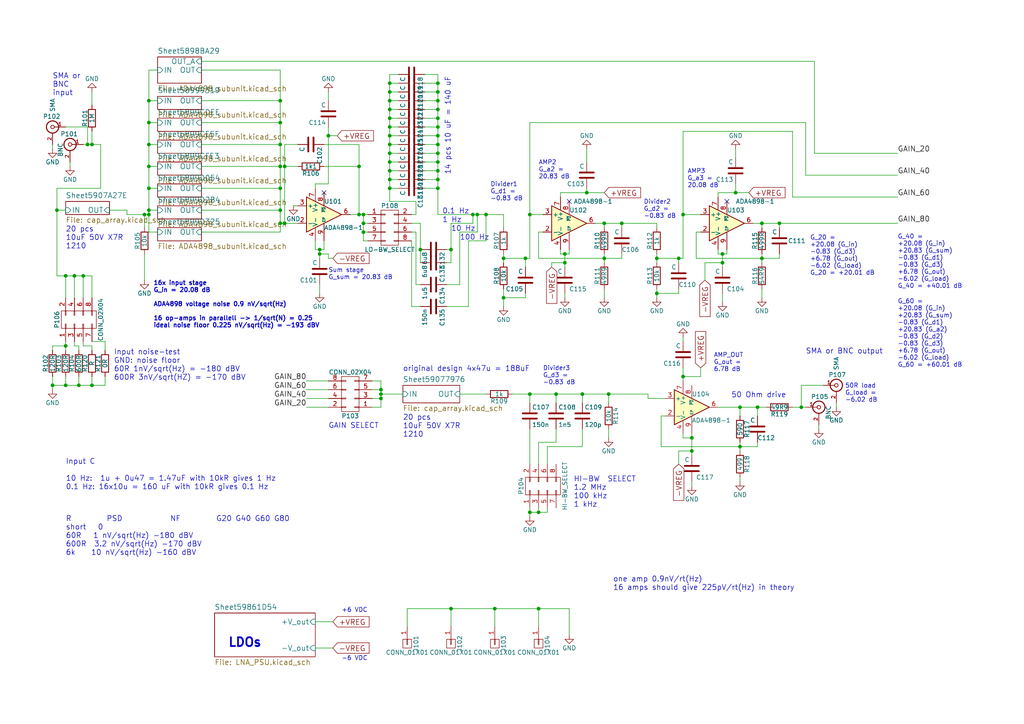
<source format=kicad_sch>
(kicad_sch (version 20211123) (generator eeschema)
  (paper "A4")
  (title_block (title "ADA4898_LNA") (rev "2017.02") (comment 1 "Anders Wallin (anders.e.e.wallin \"at\" gmail.com)") (comment 2 "inspired by:  http://www.hoffmann-hochfrequenz.de/downloads/lono.pdf"))
  (junction (at 25.4 41.91))
  (junction (at 113.03 29.21))
  (junction (at 113.03 41.91))
  (junction (at 170.18 55.88))
  (junction (at 127 29.21))
  (junction (at 113.03 44.45))
  (junction (at 161.29 114.3))
  (junction (at 113.03 31.75))
  (junction (at 81.28 60.96))
  (junction (at 127 36.83))
  (junction (at 153.67 148.59))
  (junction (at 163.83 73.66))
  (junction (at 146.05 86.36))
  (junction (at 110.49 113.03))
  (junction (at 104.14 48.26))
  (junction (at 113.03 39.37))
  (junction (at 138.43 62.23))
  (junction (at 226.06 64.77))
  (junction (at 81.28 54.61))
  (junction (at 43.18 35.56))
  (junction (at 95.25 39.37))
  (junction (at 43.18 62.23))
  (junction (at 19.05 80.01))
  (junction (at 175.26 64.77))
  (junction (at 200.66 127))
  (junction (at 43.18 60.96))
  (junction (at 156.21 148.59))
  (junction (at 220.98 74.93))
  (junction (at 163.83 76.2))
  (junction (at 198.12 62.23))
  (junction (at 81.28 29.21))
  (junction (at 127 31.75))
  (junction (at 180.34 64.77))
  (junction (at 127 44.45))
  (junction (at 140.97 62.23))
  (junction (at 113.03 24.13))
  (junction (at 130.81 176.53))
  (junction (at 127 46.99))
  (junction (at 110.49 115.57))
  (junction (at 43.18 29.21))
  (junction (at 190.5 85.09))
  (junction (at 127 52.07))
  (junction (at 232.41 118.11))
  (junction (at 82.55 48.26))
  (junction (at 196.85 74.93))
  (junction (at 113.03 46.99))
  (junction (at 176.53 114.3))
  (junction (at 214.63 129.54))
  (junction (at 21.59 80.01))
  (junction (at 81.28 64.77))
  (junction (at 200.66 130.81))
  (junction (at 219.71 118.11))
  (junction (at 127 41.91))
  (junction (at 113.03 36.83))
  (junction (at 113.03 49.53))
  (junction (at 130.81 72.39))
  (junction (at 127 24.13))
  (junction (at 105.41 67.31))
  (junction (at 214.63 118.11))
  (junction (at 105.41 62.23))
  (junction (at 156.21 176.53))
  (junction (at 15.24 111.76))
  (junction (at 19.05 100.33))
  (junction (at 113.03 52.07))
  (junction (at 81.28 41.91))
  (junction (at 121.92 72.39))
  (junction (at 127 54.61))
  (junction (at 110.49 114.3))
  (junction (at 26.67 111.76))
  (junction (at 168.91 114.3))
  (junction (at 19.05 111.76))
  (junction (at 41.91 62.23))
  (junction (at 26.67 41.91))
  (junction (at 113.03 26.67))
  (junction (at 113.03 34.29))
  (junction (at 22.86 111.76))
  (junction (at 24.13 80.01))
  (junction (at 43.18 54.61))
  (junction (at 209.55 76.2))
  (junction (at 127 39.37))
  (junction (at 16.51 60.96))
  (junction (at 81.28 48.26))
  (junction (at 92.71 73.66))
  (junction (at 220.98 64.77))
  (junction (at 209.55 73.66))
  (junction (at 105.41 64.77))
  (junction (at 175.26 74.93))
  (junction (at 127 49.53))
  (junction (at 137.16 62.23))
  (junction (at 153.67 114.3))
  (junction (at 127 26.67))
  (junction (at 104.14 62.23))
  (junction (at 81.28 35.56))
  (junction (at 152.4 74.93))
  (junction (at 153.67 62.23))
  (junction (at 43.18 41.91))
  (junction (at 143.51 176.53))
  (junction (at 213.36 55.88))
  (junction (at 190.5 74.93))
  (junction (at 146.05 74.93))
  (junction (at 92.71 72.39))
  (junction (at 198.12 109.22))
  (junction (at 82.55 64.77))
  (junction (at 127 34.29))
  (junction (at 113.03 54.61))
  (junction (at 43.18 48.26))
  (no_connect (at 210.82 58.42))
  (no_connect (at 165.1 58.42))
  (no_connect (at 93.98 55.88))
  (wire (pts (xy 19.05 101.6) (xy 19.05 100.33)))
  (wire (pts (xy 123.19 31.75) (xy 127 31.75)))
  (wire (pts (xy 123.19 29.21) (xy 127 29.21)))
  (wire (pts (xy 115.57 26.67) (xy 113.03 26.67)))
  (wire (pts (xy 113.03 31.75) (xy 113.03 29.21)))
  (wire (pts (xy 30.48 111.76) (xy 26.67 111.76)))
  (wire (pts (xy 165.1 73.66) (xy 165.1 72.39)))
  (wire (pts (xy 26.67 80.01) (xy 26.67 86.36)))
  (wire (pts (xy 96.52 187.96) (xy 91.44 187.96)))
  (wire (pts (xy 213.36 45.72) (xy 213.36 43.18)))
  (wire (pts (xy 30.48 99.06) (xy 30.48 101.6)))
  (wire (pts (xy 110.49 115.57) (xy 110.49 118.11)))
  (wire (pts (xy 26.67 109.22) (xy 26.67 111.76)))
  (wire (pts (xy 115.57 36.83) (xy 113.03 36.83)))
  (wire (pts (xy 156.21 74.93) (xy 175.26 74.93)))
  (wire (pts (xy 115.57 54.61) (xy 113.03 54.61)))
  (wire (pts (xy 209.55 76.2) (xy 209.55 77.47)))
  (wire (pts (xy 82.55 41.91) (xy 82.55 48.26)))
  (wire (pts (xy 229.87 38.1) (xy 229.87 57.15)))
  (wire (pts (xy 19.05 36.83) (xy 25.4 36.83)))
  (wire (pts (xy 81.28 20.32) (xy 81.28 29.21)))
  (wire (pts (xy 168.91 114.3) (xy 168.91 116.84)))
  (wire (pts (xy 26.67 99.06) (xy 30.48 99.06)))
  (wire (pts (xy 220.98 64.77) (xy 220.98 66.04)))
  (wire (pts (xy 86.36 48.26) (xy 82.55 48.26)))
  (wire (pts (xy 146.05 62.23) (xy 140.97 62.23)))
  (wire (pts (xy 233.68 35.56) (xy 233.68 50.8)))
  (wire (pts (xy 45.72 48.26) (xy 43.18 48.26)))
  (wire (pts (xy 115.57 34.29) (xy 113.03 34.29)))
  (wire (pts (xy 129.54 82.55) (xy 133.35 82.55)))
  (wire (pts (xy 88.9 113.03) (xy 95.25 113.03)))
  (wire (pts (xy 41.91 66.04) (xy 41.91 62.23)))
  (wire (pts (xy 137.16 62.23) (xy 127 62.23)))
  (wire (pts (xy 118.11 176.53) (xy 130.81 176.53)))
  (wire (pts (xy 220.98 74.93) (xy 220.98 73.66)))
  (wire (pts (xy 36.83 60.96) (xy 36.83 62.23)))
  (wire (pts (xy 24.13 100.33) (xy 26.67 100.33)))
  (wire (pts (xy 176.53 127) (xy 176.53 124.46)))
  (wire (pts (xy 153.67 116.84) (xy 153.67 114.3)))
  (wire (pts (xy 214.63 130.81) (xy 214.63 129.54)))
  (wire (pts (xy 88.9 110.49) (xy 95.25 110.49)))
  (wire (pts (xy 81.28 54.61) (xy 81.28 60.96)))
  (wire (pts (xy 198.12 125.73) (xy 198.12 127)))
  (wire (pts (xy 127 54.61) (xy 127 52.07)))
  (wire (pts (xy 163.83 86.36) (xy 163.83 85.09)))
  (wire (pts (xy 127 46.99) (xy 127 44.45)))
  (wire (pts (xy 95.25 74.93) (xy 95.25 73.66)))
  (wire (pts (xy 81.28 64.77) (xy 81.28 67.31)))
  (wire (pts (xy 41.91 73.66) (xy 41.91 81.28)))
  (wire (pts (xy 146.05 62.23) (xy 146.05 66.04)))
  (wire (pts (xy 201.93 74.93) (xy 220.98 74.93)))
  (wire (pts (xy 19.05 109.22) (xy 19.05 111.76)))
  (wire (pts (xy 146.05 86.36) (xy 146.05 88.9)))
  (wire (pts (xy 120.65 67.31) (xy 120.65 82.55)))
  (wire (pts (xy 105.41 69.85) (xy 105.41 67.31)))
  (wire (pts (xy 176.53 114.3) (xy 176.53 116.84)))
  (wire (pts (xy 96.52 180.34) (xy 91.44 180.34)))
  (wire (pts (xy 158.75 129.54) (xy 168.91 129.54)))
  (wire (pts (xy 153.67 62.23) (xy 157.48 62.23)))
  (wire (pts (xy 175.26 73.66) (xy 175.26 74.93)))
  (wire (pts (xy 31.75 60.96) (xy 36.83 60.96)))
  (wire (pts (xy 209.55 73.66) (xy 208.28 73.66)))
  (wire (pts (xy 209.55 73.66) (xy 209.55 76.2)))
  (wire (pts (xy 24.13 80.01) (xy 26.67 80.01)))
  (wire (pts (xy 170.18 46.99) (xy 170.18 43.18)))
  (wire (pts (xy 24.13 41.91) (xy 25.4 41.91)))
  (wire (pts (xy 19.05 80.01) (xy 21.59 80.01)))
  (wire (pts (xy 92.71 74.93) (xy 92.71 73.66)))
  (wire (pts (xy 237.49 124.46) (xy 237.49 123.19)))
  (wire (pts (xy 153.67 62.23) (xy 153.67 74.93)))
  (wire (pts (xy 107.95 115.57) (xy 110.49 115.57)))
  (wire (pts (xy 106.68 64.77) (xy 105.41 64.77)))
  (wire (pts (xy 113.03 44.45) (xy 113.03 41.91)))
  (wire (pts (xy 143.51 181.61) (xy 143.51 176.53)))
  (wire (pts (xy 140.97 69.85) (xy 140.97 62.23)))
  (wire (pts (xy 15.24 111.76) (xy 15.24 109.22)))
  (wire (pts (xy 165.1 176.53) (xy 165.1 184.15)))
  (wire (pts (xy 157.48 67.31) (xy 156.21 67.31)))
  (wire (pts (xy 208.28 55.88) (xy 208.28 57.15)))
  (wire (pts (xy 226.06 64.77) (xy 260.35 64.77)))
  (wire (pts (xy 92.71 73.66) (xy 92.71 72.39)))
  (wire (pts (xy 115.57 44.45) (xy 113.03 44.45)))
  (wire (pts (xy 198.12 99.06) (xy 198.12 97.79)))
  (wire (pts (xy 127 41.91) (xy 127 39.37)))
  (wire (pts (xy 123.19 41.91) (xy 127 41.91)))
  (wire (pts (xy 123.19 39.37) (xy 127 39.37)))
  (wire (pts (xy 15.24 113.03) (xy 15.24 111.76)))
  (wire (pts (xy 123.19 36.83) (xy 127 36.83)))
  (wire (pts (xy 45.72 60.96) (xy 43.18 60.96)))
  (wire (pts (xy 133.35 67.31) (xy 138.43 67.31)))
  (wire (pts (xy 152.4 74.93) (xy 152.4 77.47)))
  (wire (pts (xy 119.38 67.31) (xy 120.65 67.31)))
  (wire (pts (xy 21.59 80.01) (xy 24.13 80.01)))
  (wire (pts (xy 162.56 55.88) (xy 162.56 57.15)))
  (wire (pts (xy 175.26 64.77) (xy 175.26 66.04)))
  (wire (pts (xy 160.02 77.47) (xy 160.02 76.2)))
  (wire (pts (xy 24.13 99.06) (xy 24.13 100.33)))
  (wire (pts (xy 19.05 111.76) (xy 15.24 111.76)))
  (wire (pts (xy 220.98 74.93) (xy 226.06 74.93)))
  (wire (pts (xy 127 39.37) (xy 127 36.83)))
  (wire (pts (xy 168.91 129.54) (xy 168.91 124.46)))
  (wire (pts (xy 127 36.83) (xy 127 34.29)))
  (wire (pts (xy 113.03 54.61) (xy 113.03 52.07)))
  (wire (pts (xy 214.63 118.11) (xy 219.71 118.11)))
  (wire (pts (xy 198.12 74.93) (xy 196.85 74.93)))
  (wire (pts (xy 121.92 72.39) (xy 121.92 76.2)))
  (wire (pts (xy 26.67 41.91) (xy 29.21 41.91)))
  (wire (pts (xy 156.21 134.62) (xy 156.21 128.27)))
  (wire (pts (xy 36.83 62.23) (xy 41.91 62.23)))
  (wire (pts (xy 19.05 86.36) (xy 19.05 80.01)))
  (wire (pts (xy 163.83 77.47) (xy 163.83 76.2)))
  (wire (pts (xy 214.63 129.54) (xy 214.63 128.27)))
  (wire (pts (xy 153.67 35.56) (xy 233.68 35.56)))
  (wire (pts (xy 213.36 55.88) (xy 208.28 55.88)))
  (wire (pts (xy 15.24 100.33) (xy 19.05 100.33)))
  (wire (pts (xy 58.42 29.21) (xy 81.28 29.21)))
  (wire (pts (xy 152.4 86.36) (xy 146.05 86.36)))
  (wire (pts (xy 43.18 35.56) (xy 43.18 41.91)))
  (wire (pts (xy 15.24 43.18) (xy 15.24 41.91)))
  (wire (pts (xy 119.38 69.85) (xy 119.38 88.9)))
  (wire (pts (xy 127 62.23) (xy 127 54.61)))
  (wire (pts (xy 43.18 29.21) (xy 43.18 35.56)))
  (wire (pts (xy 242.57 118.11) (xy 242.57 116.84)))
  (wire (pts (xy 200.66 130.81) (xy 200.66 127)))
  (wire (pts (xy 43.18 20.32) (xy 45.72 20.32)))
  (wire (pts (xy 153.67 148.59) (xy 156.21 148.59)))
  (wire (pts (xy 152.4 85.09) (xy 152.4 86.36)))
  (wire (pts (xy 115.57 41.91) (xy 113.03 41.91)))
  (wire (pts (xy 82.55 64.77) (xy 86.36 64.77)))
  (wire (pts (xy 86.36 41.91) (xy 82.55 41.91)))
  (wire (pts (xy 123.19 52.07) (xy 127 52.07)))
  (wire (pts (xy 113.03 29.21) (xy 113.03 26.67)))
  (wire (pts (xy 43.18 41.91) (xy 43.18 48.26)))
  (wire (pts (xy 135.89 88.9) (xy 135.89 69.85)))
  (wire (pts (xy 198.12 38.1) (xy 229.87 38.1)))
  (wire (pts (xy 219.71 129.54) (xy 219.71 128.27)))
  (wire (pts (xy 93.98 48.26) (xy 104.14 48.26)))
  (wire (pts (xy 93.98 69.85) (xy 93.98 72.39)))
  (wire (pts (xy 22.86 100.33) (xy 22.86 101.6)))
  (wire (pts (xy 43.18 60.96) (xy 43.18 62.23)))
  (wire (pts (xy 113.03 24.13) (xy 113.03 21.59)))
  (wire (pts (xy 220.98 76.2) (xy 220.98 74.93)))
  (wire (pts (xy 113.03 58.42) (xy 113.03 54.61)))
  (wire (pts (xy 43.18 67.31) (xy 45.72 67.31)))
  (wire (pts (xy 156.21 148.59) (xy 156.21 147.32)))
  (wire (pts (xy 191.77 129.54) (xy 214.63 129.54)))
  (wire (pts (xy 105.41 67.31) (xy 105.41 64.77)))
  (wire (pts (xy 81.28 60.96) (xy 58.42 60.96)))
  (wire (pts (xy 168.91 114.3) (xy 176.53 114.3)))
  (wire (pts (xy 201.93 74.93) (xy 201.93 67.31)))
  (wire (pts (xy 190.5 73.66) (xy 190.5 74.93)))
  (wire (pts (xy 175.26 64.77) (xy 180.34 64.77)))
  (wire (pts (xy 92.71 72.39) (xy 91.44 72.39)))
  (wire (pts (xy 113.03 21.59) (xy 115.57 21.59)))
  (wire (pts (xy 204.47 76.2) (xy 209.55 76.2)))
  (wire (pts (xy 196.85 85.09) (xy 190.5 85.09)))
  (wire (pts (xy 146.05 83.82) (xy 146.05 86.36)))
  (wire (pts (xy 152.4 74.93) (xy 146.05 74.93)))
  (wire (pts (xy 162.56 73.66) (xy 163.83 73.66)))
  (wire (pts (xy 158.75 148.59) (xy 158.75 147.32)))
  (wire (pts (xy 193.04 115.57) (xy 187.96 115.57)))
  (wire (pts (xy 16.51 60.96) (xy 16.51 80.01)))
  (wire (pts (xy 88.9 118.11) (xy 95.25 118.11)))
  (wire (pts (xy 21.59 80.01) (xy 21.59 86.36)))
  (wire (pts (xy 163.83 76.2) (xy 163.83 73.66)))
  (wire (pts (xy 26.67 38.1) (xy 26.67 41.91)))
  (wire (pts (xy 21.59 100.33) (xy 22.86 100.33)))
  (wire (pts (xy 123.19 26.67) (xy 127 26.67)))
  (wire (pts (xy 105.41 64.77) (xy 105.41 62.23)))
  (wire (pts (xy 115.57 46.99) (xy 113.03 46.99)))
  (wire (pts (xy 115.57 29.21) (xy 113.03 29.21)))
  (wire (pts (xy 161.29 128.27) (xy 161.29 124.46)))
  (wire (pts (xy 113.03 52.07) (xy 113.03 49.53)))
  (wire (pts (xy 196.85 134.62) (xy 196.85 130.81)))
  (wire (pts (xy 187.96 115.57) (xy 187.96 114.3)))
  (wire (pts (xy 218.44 64.77) (xy 220.98 64.77)))
  (wire (pts (xy 43.18 48.26) (xy 43.18 54.61)))
  (wire (pts (xy 81.28 35.56) (xy 58.42 35.56)))
  (wire (pts (xy 190.5 86.36) (xy 190.5 85.09)))
  (wire (pts (xy 123.19 24.13) (xy 127 24.13)))
  (wire (pts (xy 95.25 36.83) (xy 95.25 39.37)))
  (wire (pts (xy 120.65 58.42) (xy 113.03 58.42)))
  (wire (pts (xy 229.87 57.15) (xy 260.35 57.15)))
  (wire (pts (xy 95.25 53.34) (xy 91.44 53.34)))
  (wire (pts (xy 82.55 48.26) (xy 82.55 64.77)))
  (wire (pts (xy 127 24.13) (xy 127 21.59)))
  (wire (pts (xy 106.68 69.85) (xy 105.41 69.85)))
  (wire (pts (xy 101.6 62.23) (xy 104.14 62.23)))
  (wire (pts (xy 91.44 72.39) (xy 91.44 69.85)))
  (wire (pts (xy 115.57 49.53) (xy 113.03 49.53)))
  (wire (pts (xy 232.41 118.11) (xy 233.68 118.11)))
  (wire (pts (xy 130.81 76.2) (xy 129.54 76.2)))
  (wire (pts (xy 161.29 116.84) (xy 161.29 114.3)))
  (wire (pts (xy 123.19 46.99) (xy 127 46.99)))
  (wire (pts (xy 25.4 36.83) (xy 25.4 41.91)))
  (wire (pts (xy 153.67 148.59) (xy 153.67 147.32)))
  (wire (pts (xy 233.68 50.8) (xy 260.35 50.8)))
  (wire (pts (xy 58.42 20.32) (xy 81.28 20.32)))
  (wire (pts (xy 226.06 64.77) (xy 226.06 66.04)))
  (wire (pts (xy 172.72 64.77) (xy 175.26 64.77)))
  (wire (pts (xy 213.36 53.34) (xy 213.36 55.88)))
  (wire (pts (xy 156.21 176.53) (xy 156.21 181.61)))
  (wire (pts (xy 41.91 62.23) (xy 43.18 62.23)))
  (wire (pts (xy 127 31.75) (xy 127 29.21)))
  (wire (pts (xy 127 49.53) (xy 127 46.99)))
  (wire (pts (xy 127 44.45) (xy 127 41.91)))
  (wire (pts (xy 95.25 39.37) (xy 97.79 39.37)))
  (wire (pts (xy 115.57 31.75) (xy 113.03 31.75)))
  (wire (pts (xy 113.03 36.83) (xy 113.03 34.29)))
  (wire (pts (xy 127 21.59) (xy 123.19 21.59)))
  (wire (pts (xy 236.22 44.45) (xy 236.22 17.78)))
  (wire (pts (xy 116.84 114.3) (xy 110.49 114.3)))
  (wire (pts (xy 203.2 109.22) (xy 198.12 109.22)))
  (wire (pts (xy 190.5 64.77) (xy 190.5 66.04)))
  (wire (pts (xy 115.57 52.07) (xy 113.03 52.07)))
  (wire (pts (xy 86.36 59.69) (xy 85.09 59.69)))
  (wire (pts (xy 180.34 64.77) (xy 190.5 64.77)))
  (wire (pts (xy 106.68 67.31) (xy 105.41 67.31)))
  (wire (pts (xy 95.25 29.21) (xy 95.25 26.67)))
  (wire (pts (xy 26.67 111.76) (xy 22.86 111.76)))
  (wire (pts (xy 208.28 118.11) (xy 214.63 118.11)))
  (wire (pts (xy 219.71 118.11) (xy 219.71 120.65)))
  (wire (pts (xy 120.65 62.23) (xy 119.38 62.23)))
  (wire (pts (xy 81.28 48.26) (xy 81.28 54.61)))
  (wire (pts (xy 123.19 49.53) (xy 127 49.53)))
  (wire (pts (xy 198.12 127) (xy 200.66 127)))
  (wire (pts (xy 43.18 54.61) (xy 43.18 60.96)))
  (wire (pts (xy 137.16 64.77) (xy 137.16 62.23)))
  (wire (pts (xy 113.03 39.37) (xy 113.03 36.83)))
  (wire (pts (xy 93.98 41.91) (xy 104.14 41.91)))
  (wire (pts (xy 140.97 62.23) (xy 138.43 62.23)))
  (wire (pts (xy 232.41 111.76) (xy 232.41 118.11)))
  (wire (pts (xy 158.75 134.62) (xy 158.75 129.54)))
  (wire (pts (xy 209.55 85.09) (xy 209.55 87.63)))
  (wire (pts (xy 81.28 35.56) (xy 81.28 41.91)))
  (wire (pts (xy 22.86 111.76) (xy 19.05 111.76)))
  (wire (pts (xy 156.21 148.59) (xy 158.75 148.59)))
  (wire (pts (xy 104.14 41.91) (xy 104.14 48.26)))
  (wire (pts (xy 190.5 74.93) (xy 190.5 76.2)))
  (wire (pts (xy 176.53 114.3) (xy 187.96 114.3)))
  (wire (pts (xy 123.19 44.45) (xy 127 44.45)))
  (wire (pts (xy 110.49 118.11) (xy 107.95 118.11)))
  (wire (pts (xy 226.06 74.93) (xy 226.06 73.66)))
  (wire (pts (xy 113.03 49.53) (xy 113.03 46.99)))
  (wire (pts (xy 26.67 26.67) (xy 26.67 30.48)))
  (wire (pts (xy 148.59 114.3) (xy 153.67 114.3)))
  (wire (pts (xy 204.47 81.28) (xy 204.47 76.2)))
  (wire (pts (xy 214.63 129.54) (xy 219.71 129.54)))
  (wire (pts (xy 81.28 60.96) (xy 81.28 64.77)))
  (wire (pts (xy 92.71 85.09) (xy 92.71 82.55)))
  (wire (pts (xy 133.35 82.55) (xy 133.35 67.31)))
  (wire (pts (xy 162.56 72.39) (xy 162.56 73.66)))
  (wire (pts (xy 95.25 39.37) (xy 95.25 53.34)))
  (wire (pts (xy 110.49 113.03) (xy 110.49 114.3)))
  (wire (pts (xy 208.28 73.66) (xy 208.28 72.39)))
  (wire (pts (xy 220.98 64.77) (xy 226.06 64.77)))
  (wire (pts (xy 118.11 181.61) (xy 118.11 176.53)))
  (wire (pts (xy 113.03 46.99) (xy 113.03 44.45)))
  (wire (pts (xy 161.29 114.3) (xy 168.91 114.3)))
  (wire (pts (xy 191.77 120.65) (xy 193.04 120.65)))
  (wire (pts (xy 130.81 176.53) (xy 143.51 176.53)))
  (wire (pts (xy 107.95 110.49) (xy 110.49 110.49)))
  (wire (pts (xy 25.4 41.91) (xy 26.67 41.91)))
  (wire (pts (xy 45.72 29.21) (xy 43.18 29.21)))
  (wire (pts (xy 91.44 53.34) (xy 91.44 54.61)))
  (wire (pts (xy 96.52 74.93) (xy 95.25 74.93)))
  (wire (pts (xy 135.89 69.85) (xy 140.97 69.85)))
  (wire (pts (xy 133.35 114.3) (xy 140.97 114.3)))
  (wire (pts (xy 153.67 35.56) (xy 153.67 62.23)))
  (wire (pts (xy 113.03 41.91) (xy 113.03 39.37)))
  (wire (pts (xy 121.92 64.77) (xy 121.92 72.39)))
  (wire (pts (xy 43.18 62.23) (xy 43.18 67.31)))
  (wire (pts (xy 81.28 48.26) (xy 58.42 48.26)))
  (wire (pts (xy 58.42 17.78) (xy 236.22 17.78)))
  (wire (pts (xy 196.85 83.82) (xy 196.85 85.09)))
  (wire (pts (xy 29.21 54.61) (xy 16.51 54.61)))
  (wire (pts (xy 45.72 35.56) (xy 43.18 35.56)))
  (wire (pts (xy 191.77 129.54) (xy 191.77 120.65)))
  (wire (pts (xy 175.26 55.88) (xy 170.18 55.88)))
  (wire (pts (xy 45.72 54.61) (xy 43.18 54.61)))
  (wire (pts (xy 156.21 67.31) (xy 156.21 74.93)))
  (wire (pts (xy 115.57 24.13) (xy 113.03 24.13)))
  (wire (pts (xy 138.43 62.23) (xy 137.16 62.23)))
  (wire (pts (xy 260.35 44.45) (xy 236.22 44.45)))
  (wire (pts (xy 43.18 20.32) (xy 43.18 29.21)))
  (wire (pts (xy 81.28 29.21) (xy 81.28 35.56)))
  (wire (pts (xy 180.34 64.77) (xy 180.34 66.04)))
  (wire (pts (xy 163.83 73.66) (xy 165.1 73.66)))
  (wire (pts (xy 203.2 62.23) (xy 198.12 62.23)))
  (wire (pts (xy 190.5 85.09) (xy 190.5 83.82)))
  (wire (pts (xy 198.12 110.49) (xy 198.12 109.22)))
  (wire (pts (xy 93.98 72.39) (xy 92.71 72.39)))
  (wire (pts (xy 115.57 39.37) (xy 113.03 39.37)))
  (wire (pts (xy 81.28 54.61) (xy 58.42 54.61)))
  (wire (pts (xy 180.34 74.93) (xy 180.34 73.66)))
  (wire (pts (xy 30.48 109.22) (xy 30.48 111.76)))
  (wire (pts (xy 217.17 55.88) (xy 213.36 55.88)))
  (wire (pts (xy 16.51 60.96) (xy 19.05 60.96)))
  (wire (pts (xy 22.86 109.22) (xy 22.86 111.76)))
  (wire (pts (xy 29.21 41.91) (xy 29.21 54.61)))
  (wire (pts (xy 156.21 128.27) (xy 161.29 128.27)))
  (wire (pts (xy 198.12 38.1) (xy 198.12 62.23)))
  (wire (pts (xy 201.93 67.31) (xy 203.2 67.31)))
  (wire (pts (xy 196.85 74.93) (xy 190.5 74.93)))
  (wire (pts (xy 104.14 62.23) (xy 105.41 62.23)))
  (wire (pts (xy 200.66 140.97) (xy 200.66 139.7)))
  (wire (pts (xy 146.05 73.66) (xy 146.05 74.93)))
  (wire (pts (xy 81.28 41.91) (xy 58.42 41.91)))
  (wire (pts (xy 160.02 76.2) (xy 163.83 76.2)))
  (wire (pts (xy 107.95 113.03) (xy 110.49 113.03)))
  (wire (pts (xy 120.65 58.42) (xy 120.65 62.23)))
  (wire (pts (xy 153.67 74.93) (xy 152.4 74.93)))
  (wire (pts (xy 127 34.29) (xy 127 31.75)))
  (wire (pts (xy 130.81 64.77) (xy 137.16 64.77)))
  (wire (pts (xy 15.24 101.6) (xy 15.24 100.33)))
  (wire (pts (xy 196.85 130.81) (xy 200.66 130.81)))
  (wire (pts (xy 214.63 139.7) (xy 214.63 138.43)))
  (wire (pts (xy 95.25 73.66) (xy 92.71 73.66)))
  (wire (pts (xy 203.2 106.68) (xy 203.2 109.22)))
  (wire (pts (xy 81.28 41.91) (xy 81.28 48.26)))
  (wire (pts (xy 198.12 109.22) (xy 198.12 106.68)))
  (wire (pts (xy 123.19 34.29) (xy 127 34.29)))
  (wire (pts (xy 113.03 26.67) (xy 113.03 24.13)))
  (wire (pts (xy 238.76 111.76) (xy 232.41 111.76)))
  (wire (pts (xy 175.26 74.93) (xy 180.34 74.93)))
  (wire (pts (xy 130.81 72.39) (xy 130.81 76.2)))
  (wire (pts (xy 200.66 132.08) (xy 200.66 130.81)))
  (wire (pts (xy 127 52.07) (xy 127 49.53)))
  (wire (pts (xy 129.54 72.39) (xy 130.81 72.39)))
  (wire (pts (xy 198.12 62.23) (xy 198.12 74.93)))
  (wire (pts (xy 110.49 114.3) (xy 110.49 115.57)))
  (wire (pts (xy 16.51 54.61) (xy 16.51 60.96)))
  (wire (pts (xy 16.51 80.01) (xy 19.05 80.01)))
  (wire (pts (xy 153.67 134.62) (xy 153.67 124.46)))
  (wire (pts (xy 138.43 67.31) (xy 138.43 62.23)))
  (wire (pts (xy 146.05 74.93) (xy 146.05 76.2)))
  (wire (pts (xy 24.13 80.01) (xy 24.13 86.36)))
  (wire (pts (xy 104.14 48.26) (xy 104.14 62.23)))
  (wire (pts (xy 120.65 82.55) (xy 121.92 82.55)))
  (wire (pts (xy 129.54 88.9) (xy 135.89 88.9)))
  (wire (pts (xy 88.9 115.57) (xy 95.25 115.57)))
  (wire (pts (xy 219.71 118.11) (xy 222.25 118.11)))
  (wire (pts (xy 156.21 176.53) (xy 165.1 176.53)))
  (wire (pts (xy 127 29.21) (xy 127 26.67)))
  (wire (pts (xy 20.32 48.26) (xy 20.32 46.99)))
  (wire (pts (xy 175.26 74.93) (xy 175.26 76.2)))
  (wire (pts (xy 170.18 54.61) (xy 170.18 55.88)))
  (wire (pts (xy 19.05 100.33) (xy 19.05 99.06)))
  (wire (pts (xy 170.18 55.88) (xy 162.56 55.88)))
  (wire (pts (xy 153.67 114.3) (xy 161.29 114.3)))
  (wire (pts (xy 105.41 62.23) (xy 106.68 62.23)))
  (wire (pts (xy 81.28 67.31) (xy 58.42 67.31)))
  (wire (pts (xy 119.38 88.9) (xy 121.92 88.9)))
  (wire (pts (xy 113.03 34.29) (xy 113.03 31.75)))
  (wire (pts (xy 220.98 86.36) (xy 220.98 83.82)))
  (wire (pts (xy 200.66 127) (xy 200.66 125.73)))
  (wire (pts (xy 110.49 110.49) (xy 110.49 113.03)))
  (wire (pts (xy 210.82 72.39) (xy 210.82 73.66)))
  (wire (pts (xy 21.59 99.06) (xy 21.59 100.33)))
  (wire (pts (xy 143.51 176.53) (xy 156.21 176.53)))
  (wire (pts (xy 196.85 76.2) (xy 196.85 74.93)))
  (wire (pts (xy 81.28 64.77) (xy 82.55 64.77)))
  (wire (pts (xy 210.82 73.66) (xy 209.55 73.66)))
  (wire (pts (xy 127 26.67) (xy 127 24.13)))
  (wire (pts (xy 121.92 64.77) (xy 119.38 64.77)))
  (wire (pts (xy 26.67 100.33) (xy 26.67 101.6)))
  (wire (pts (xy 130.81 64.77) (xy 130.81 72.39)))
  (wire (pts (xy 130.81 176.53) (xy 130.81 181.61)))
  (wire (pts (xy 175.26 86.36) (xy 175.26 83.82)))
  (wire (pts (xy 45.72 41.91) (xy 43.18 41.91)))
  (wire (pts (xy 153.67 149.86) (xy 153.67 148.59)))
  (wire (pts (xy 123.19 54.61) (xy 127 54.61)))
  (wire (pts (xy 214.63 118.11) (xy 214.63 120.65)))
  (wire (pts (xy 229.87 118.11) (xy 232.41 118.11)))
  (text "R		PSD            NF         G20 G40 G60 G80\nshort   0               \n60R   1 nV/sqrt(Hz) -180 dBV\n600R  3.2 nV/sqrt(Hz) -170 dBV\n6k    10 nV/sqrt(Hz) -160 dBV" (at 19.05 161.29 0) (effects (font (size 1.524 1.524)) (justify left bottom)))
  (text "+6 VDC" (at 99.06 177.8 0) (effects (font (size 1.27 1.27)) (justify left bottom)))
  (text "GAIN SELECT" (at 95.25 124.46 0) (effects (font (size 1.524 1.524)) (justify left bottom)))
  (text "AMP3\nG_a3 = \n20.08 dB" (at 199.39 54.61 0) (effects (font (size 1.27 1.27)) (justify left bottom)))
  (text "16x input stage\nG_in = 20.08 dB\n\nADA4898 voltage noise 0.9 nV/sqrt(Hz)\n\n16 op-amps in parallell -> 1/sqrt(N) = 0.25\nideal noise floor 0.225 nV/sqrt(Hz) = -193 dBV" (at 44.45 95.25 0) (effects (font (size 1.27 1.27) (thickness 0.254) bold) (justify left bottom)))
  (text "10 Hz" (at 130.81 67.31 0) (effects (font (size 1.524 1.524)) (justify left bottom)))
  (text "LDOs" (at 66.04 187.96 0) (effects (font (size 2.54 2.54) (thickness 0.508) bold) (justify left bottom)))
  (text "original design 4x47u = 188uF" (at 116.84 107.95 0) (effects (font (size 1.524 1.524)) (justify left bottom)))
  (text "Divider3\nG_d3 = \n-0.83 dB" (at 157.48 111.76 0) (effects (font (size 1.27 1.27)) (justify left bottom)))
  (text "100 Hz" (at 133.35 69.85 0) (effects (font (size 1.524 1.524)) (justify left bottom)))
  (text "AMP2\nG_a2 = \n20.83 dB" (at 156.21 52.07 0) (effects (font (size 1.27 1.27)) (justify left bottom)))
  (text "1 Hz" (at 128.27 64.77 0) (effects (font (size 1.524 1.524)) (justify left bottom)))
  (text "G_20 =\n+20.08 (G_in)\n-0.83 (G_d3)\n+6.78 (G_out)\n-6.02 (G_load)\nG_20 = +20.01 dB" (at 234.95 80.01 0) (effects (font (size 1.27 1.27)) (justify left bottom)))
  (text "Input C\n\n10 Hz:  1u + 0u47 = 1.47uF with 10kR gives 1 Hz\n0.1 Hz: 16x10u = 160 uF with 10kR gives 0.1 Hz" (at 19.05 142.24 0) (effects (font (size 1.524 1.524)) (justify left bottom)))
  (text "20 pcs\n10uF 50V X7R\n1210" (at 116.84 127 0) (effects (font (size 1.524 1.524)) (justify left bottom)))
  (text "50R load\nG_load =\n-6.02 dB" (at 245.11 116.84 0) (effects (font (size 1.27 1.27)) (justify left bottom)))
  (text "SMA or BNC output" (at 233.68 102.87 0) (effects (font (size 1.524 1.524)) (justify left bottom)))
  (text "one amp 0.9nV/rt(Hz)\n16 amps should give 225pV/rt(Hz) in theory" (at 177.8 171.45 0) (effects (font (size 1.524 1.524)) (justify left bottom)))
  (text "SMA or \nBNC \ninput" (at 15.24 27.94 0) (effects (font (size 1.524 1.524)) (justify left bottom)))
  (text "Divider2\nG_d2 = \n-0.83 dB" (at 186.69 63.5 0) (effects (font (size 1.27 1.27)) (justify left bottom)))
  (text "G_60 =\n+20.08 (G_in)\n+20.83 (G_sum)\n-0.83 (G_d1)\n+20.83 (G_a2)\n-0.83 (G_d2)\n-0.83 (G_d3)\n+6.78 (G_out)\n-6.02 (G_load)\nG_60 = +60.01 dB" (at 260.35 106.68 0) (effects (font (size 1.27 1.27)) (justify left bottom)))
  (text "-6 VDC" (at 99.06 191.77 0) (effects (font (size 1.27 1.27)) (justify left bottom)))
  (text "Divider1\nG_d1 = \n-0.83 dB" (at 142.24 58.42 0) (effects (font (size 1.27 1.27)) (justify left bottom)))
  (text "Input noise-test\nGND: noise floor\n60R 1nV/sqrt(Hz) = -180 dBV\n600R 3nV/sqrt(HZ) = -170 dBV" (at 33.02 110.49 0) (effects (font (size 1.524 1.524)) (justify left bottom)))
  (text "G_40 =\n+20.08 (G_in)\n+20.83 (G_sum)\n-0.83 (G_d1)\n-0.83 (G_d3)\n+6.78 (G_out)\n-6.02 (G_load)\nG_40 = +40.01 dB" (at 260.35 83.82 0) (effects (font (size 1.27 1.27)) (justify left bottom)))
  (text "50 Ohm drive" (at 212.09 115.57 0) (effects (font (size 1.524 1.524)) (justify left bottom)))
  (text "20 pcs\n10uF 50V X7R\n1210" (at 19.05 72.39 0) (effects (font (size 1.524 1.524)) (justify left bottom)))
  (text "Sum stage\nG_sum = 20.83 dB" (at 95.25 81.28 0) (effects (font (size 1.27 1.27)) (justify left bottom)))
  (text "0.1 Hz" (at 128.27 62.23 0) (effects (font (size 1.524 1.524)) (justify left bottom)))
  (text "AMP_OUT\nG_out = \n6.78 dB" (at 207.01 107.95 0) (effects (font (size 1.27 1.27)) (justify left bottom)))
  (text "14 pcs 10 uF = 140 uF" (at 130.81 50.8 90) (effects (font (size 1.524 1.524)) (justify left bottom)))
  (text "HI-BW  SELECT\n1.2 MHz\n100 kHz\n1 kHz" (at 166.37 147.32 0) (effects (font (size 1.524 1.524)) (justify left bottom)))
  (label "GAIN_80" (at 260.35 64.77 0) (effects (font (size 1.524 1.524))))
  (label "GAIN_40" (at 88.9 115.57 180) (effects (font (size 1.524 1.524))))
  (label "GAIN_20" (at 260.35 44.45 0) (effects (font (size 1.524 1.524))))
  (label "GAIN_20" (at 88.9 118.11 180) (effects (font (size 1.524 1.524))))
  (label "GAIN_80" (at 88.9 110.49 180) (effects (font (size 1.524 1.524))))
  (label "GAIN_60" (at 88.9 113.03 180) (effects (font (size 1.524 1.524))))
  (label "GAIN_60" (at 260.35 57.15 0) (effects (font (size 1.524 1.524))))
  (label "GAIN_40" (at 260.35 50.8 0) (effects (font (size 1.524 1.524))))
  (global_label "+VREG" (shape input) (at 203.2 106.68 90) (effects (font (size 1.524 1.524))) (property "Intersheet References" "${INTERSHEET_REFS}" (effects hide)))
  (global_label "-VREG" (shape input) (at 160.02 77.47 270) (effects (font (size 1.524 1.524))) (property "Intersheet References" "${INTERSHEET_REFS}" (effects hide)))
  (global_label "+VREG" (shape input) (at 175.26 55.88 0) (effects (font (size 1.524 1.524))) (property "Intersheet References" "${INTERSHEET_REFS}" (effects hide)))
  (global_label "-VREG" (shape input) (at 96.52 74.93 0) (effects (font (size 1.524 1.524))) (property "Intersheet References" "${INTERSHEET_REFS}" (effects hide)))
  (global_label "+VREG" (shape input) (at 97.79 39.37 0) (effects (font (size 1.524 1.524))) (property "Intersheet References" "${INTERSHEET_REFS}" (effects hide)))
  (global_label "-VREG" (shape input) (at 196.85 134.62 270) (effects (font (size 1.524 1.524))) (property "Intersheet References" "${INTERSHEET_REFS}" (effects hide)))
  (global_label "-VREG" (shape input) (at 96.52 187.96 0) (effects (font (size 1.524 1.524))) (property "Intersheet References" "${INTERSHEET_REFS}" (effects hide)))
  (global_label "+VREG" (shape input) (at 217.17 55.88 0) (effects (font (size 1.524 1.524))) (property "Intersheet References" "${INTERSHEET_REFS}" (effects hide)))
  (global_label "+VREG" (shape input) (at 96.52 180.34 0) (effects (font (size 1.524 1.524))) (property "Intersheet References" "${INTERSHEET_REFS}" (effects hide)))
  (global_label "-VREG" (shape input) (at 204.47 81.28 270) (effects (font (size 1.524 1.524))) (property "Intersheet References" "${INTERSHEET_REFS}" (effects hide)))
  (symbol (lib_id "hoffmann_lna_v1-rescue:BNC") (at 20.32 41.91 0) (mirror y) (unit 1)
    (property "Reference" "P101" (at 20.066 38.862 0))
    (property "Value" "BNC" (at 17.526 43.434 90))
    (property "Footprint" "awallinKiCadFootprints_git:BNC_2PIN" (effects hide))
  )
  (symbol (lib_id "hoffmann_lna_v1-rescue:BNC") (at 237.49 118.11 0) (unit 1)
    (property "Reference" "P105" (at 237.744 115.062 0))
    (property "Value" "BNC" (at 240.284 119.634 90))
    (property "Footprint" "awallinKiCadFootprints_git:BNC_2PIN" (effects hide))
  )
  (symbol (lib_id "power:GND") (at 20.32 48.26 0) (unit 1)
    (property "Reference" "#PWR01" (effects hide))
    (property "Value" "GND" (at 20.32 52.07 0))
  )
  (symbol (lib_id "power:GND") (at 237.49 124.46 0) (unit 1)
    (property "Reference" "#PWR02" (effects hide))
    (property "Value" "GND" (at 237.49 128.27 0))
  )
  (symbol (lib_id "hoffmann_lna_v1-rescue:R") (at 226.06 118.11 270) (unit 1)
    (property "Reference" "R119" (at 226.06 120.142 90))
    (property "Value" "49R9" (at 226.06 118.11 90))
    (property "Footprint" "Resistors_SMD:R_0805" (effects hide))
  )
  (symbol (lib_id "hoffmann_lna_v1-rescue:R") (at 90.17 48.26 270) (unit 1)
    (property "Reference" "R106" (at 90.17 50.292 90))
    (property "Value" "1k1" (at 90.17 48.26 90))
    (property "Footprint" "Resistors_SMD:R_0805" (effects hide))
  )
  (symbol (lib_id "hoffmann_lna_v1-rescue:C") (at 90.17 41.91 270) (unit 1)
    (property "Reference" "C102" (at 92.71 42.545 0) (effects (justify left)))
    (property "Value" "C" (at 87.63 42.545 0) (effects (justify left)))
    (property "Footprint" "Capacitors_SMD:C_0805" (effects hide))
  )
  (symbol (lib_id "hoffmann_lna_v1-rescue:R") (at 175.26 69.85 180) (unit 1)
    (property "Reference" "R110" (at 173.228 69.85 90))
    (property "Value" "499R" (at 175.26 69.85 90))
    (property "Footprint" "Resistors_SMD:R_0805" (effects hide))
  )
  (symbol (lib_id "hoffmann_lna_v1-rescue:R") (at 175.26 80.01 180) (unit 1)
    (property "Reference" "R111" (at 173.228 80.01 90))
    (property "Value" "49R9" (at 175.26 80.01 90))
    (property "Footprint" "Resistors_SMD:R_0805" (effects hide))
  )
  (symbol (lib_id "hoffmann_lna_v1-rescue:C") (at 180.34 69.85 180) (unit 1)
    (property "Reference" "C106" (at 185.42 72.39 0) (effects (justify left)))
    (property "Value" "C" (at 179.705 67.31 0) (effects (justify left)))
    (property "Footprint" "Capacitors_SMD:C_0805" (effects hide))
  )
  (symbol (lib_id "power:GND") (at 85.09 59.69 0) (unit 1)
    (property "Reference" "#PWR03" (effects hide))
    (property "Value" "GND" (at 85.09 63.5 0))
  )
  (symbol (lib_id "hoffmann_lna_v1-rescue:R") (at 146.05 69.85 180) (unit 1)
    (property "Reference" "R107" (at 144.018 69.85 90))
    (property "Value" "1k" (at 146.05 69.85 90))
    (property "Footprint" "Resistors_SMD:R_0805" (effects hide))
  )
  (symbol (lib_id "hoffmann_lna_v1-rescue:R") (at 146.05 80.01 180) (unit 1)
    (property "Reference" "R108" (at 144.018 80.01 90))
    (property "Value" "10k" (at 146.05 80.01 90))
    (property "Footprint" "Resistors_SMD:R_0805" (effects hide))
  )
  (symbol (lib_id "hoffmann_lna_v1-rescue:C") (at 152.4 81.28 180) (unit 1)
    (property "Reference" "C105" (at 151.765 83.82 0) (effects (justify left)))
    (property "Value" "C" (at 151.765 78.74 0) (effects (justify left)))
    (property "Footprint" "Capacitors_SMD:C_0805" (effects hide))
  )
  (symbol (lib_id "hoffmann_lna_v1-rescue:R") (at 190.5 69.85 180) (unit 1)
    (property "Reference" "R112" (at 188.468 69.85 90))
    (property "Value" "1k" (at 190.5 69.85 90))
    (property "Footprint" "Resistors_SMD:R_0805" (effects hide))
  )
  (symbol (lib_id "hoffmann_lna_v1-rescue:R") (at 190.5 80.01 180) (unit 1)
    (property "Reference" "R113" (at 188.468 80.01 90))
    (property "Value" "10k" (at 190.5 80.01 90))
    (property "Footprint" "Resistors_SMD:R_0805" (effects hide))
  )
  (symbol (lib_id "hoffmann_lna_v1-rescue:C") (at 196.85 80.01 180) (unit 1)
    (property "Reference" "C110" (at 201.93 82.55 0) (effects (justify left)))
    (property "Value" "C" (at 196.215 77.47 0) (effects (justify left)))
    (property "Footprint" "Capacitors_SMD:C_0805" (effects hide))
  )
  (symbol (lib_id "hoffmann_lna_v1-rescue:R") (at 220.98 69.85 180) (unit 1)
    (property "Reference" "R115" (at 218.948 69.85 90))
    (property "Value" "499R" (at 220.98 69.85 90))
    (property "Footprint" "Resistors_SMD:R_0805" (effects hide))
  )
  (symbol (lib_id "hoffmann_lna_v1-rescue:R") (at 220.98 80.01 180) (unit 1)
    (property "Reference" "R116" (at 218.948 80.01 90))
    (property "Value" "54R9" (at 220.98 80.01 90))
    (property "Footprint" "Resistors_SMD:R_0805" (effects hide))
  )
  (symbol (lib_id "hoffmann_lna_v1-rescue:C") (at 226.06 69.85 180) (unit 1)
    (property "Reference" "C111" (at 233.68 69.85 0) (effects (justify left)))
    (property "Value" "C" (at 225.425 67.31 0) (effects (justify left)))
    (property "Footprint" "Capacitors_SMD:C_0805" (effects hide))
  )
  (symbol (lib_id "hoffmann_lna_v1-rescue:R") (at 214.63 124.46 0) (unit 1)
    (property "Reference" "R117" (at 216.662 124.46 90))
    (property "Value" "590" (at 214.63 124.46 90))
    (property "Footprint" "Resistors_SMD:R_0805" (effects hide))
  )
  (symbol (lib_id "hoffmann_lna_v1-rescue:C") (at 219.71 124.46 180) (unit 1)
    (property "Reference" "C112" (at 224.79 127 0) (effects (justify left)))
    (property "Value" "C" (at 219.075 121.92 0) (effects (justify left)))
    (property "Footprint" "Capacitors_SMD:C_0805" (effects hide))
  )
  (symbol (lib_id "hoffmann_lna_v1-rescue:R") (at 214.63 134.62 0) (unit 1)
    (property "Reference" "R118" (at 216.662 134.62 90))
    (property "Value" "499" (at 214.63 134.62 90))
    (property "Footprint" "Resistors_SMD:R_0805" (effects hide))
  )
  (symbol (lib_id "hoffmann_lna_v1-rescue:R") (at 176.53 120.65 0) (unit 1)
    (property "Reference" "R114" (at 178.562 120.65 90))
    (property "Value" "10k" (at 176.53 120.65 90))
    (property "Footprint" "Resistors_SMD:R_0805" (effects hide))
  )
  (symbol (lib_id "hoffmann_lna_v1-rescue:C") (at 161.29 120.65 0) (unit 1)
    (property "Reference" "C108" (at 161.925 118.11 0) (effects (justify left)))
    (property "Value" "1n5" (at 161.925 123.19 0) (effects (justify left)))
    (property "Footprint" "Capacitors_SMD:C_0805" (effects hide))
  )
  (symbol (lib_id "hoffmann_lna_v1-rescue:C") (at 168.91 120.65 0) (unit 1)
    (property "Reference" "C109" (at 169.545 118.11 0) (effects (justify left)))
    (property "Value" "120p" (at 169.545 123.19 0) (effects (justify left)))
    (property "Footprint" "Capacitors_SMD:C_0805" (effects hide))
  )
  (symbol (lib_id "hoffmann_lna_v1-rescue:C") (at 153.67 120.65 0) (unit 1)
    (property "Reference" "C107" (at 154.305 118.11 0) (effects (justify left)))
    (property "Value" "150n" (at 154.305 123.19 0) (effects (justify left)))
    (property "Footprint" "Capacitors_SMD:C_0805" (effects hide))
  )
  (symbol (lib_id "hoffmann_lna_v1-rescue:R") (at 144.78 114.3 270) (unit 1)
    (property "Reference" "R109" (at 144.78 116.332 90))
    (property "Value" "1k" (at 144.78 114.3 90))
    (property "Footprint" "Resistors_SMD:R_0805" (effects hide))
  )
  (symbol (lib_id "power:GND") (at 146.05 88.9 0) (unit 1)
    (property "Reference" "#PWR04" (effects hide))
    (property "Value" "GND" (at 146.05 92.71 0))
  )
  (symbol (lib_id "power:GND") (at 175.26 86.36 0) (unit 1)
    (property "Reference" "#PWR05" (effects hide))
    (property "Value" "GND" (at 175.26 90.17 0))
  )
  (symbol (lib_id "power:GND") (at 190.5 86.36 0) (unit 1)
    (property "Reference" "#PWR06" (effects hide))
    (property "Value" "GND" (at 190.5 90.17 0))
  )
  (symbol (lib_id "power:GND") (at 220.98 86.36 0) (unit 1)
    (property "Reference" "#PWR07" (effects hide))
    (property "Value" "GND" (at 220.98 90.17 0))
  )
  (symbol (lib_id "hoffmann_lna_v1-rescue:CONN_02X04") (at 101.6 114.3 180) (unit 1)
    (property "Reference" "P103" (at 101.6 120.65 0))
    (property "Value" "CONN_02X04" (at 101.6 107.95 0))
    (property "Footprint" "Pin_Headers:Pin_Header_Straight_2x04_Pitch2.54mm_SMD" (effects hide))
  )
  (symbol (lib_id "hoffmann_lna_v1-rescue:CONN_02X04") (at 157.48 140.97 90) (unit 1)
    (property "Reference" "P104" (at 151.13 140.97 0))
    (property "Value" "HI-BW_SELECT" (at 163.83 140.97 0))
    (property "Footprint" "Pin_Headers:Pin_Header_Straight_2x04_Pitch2.54mm_SMD" (effects hide))
  )
  (symbol (lib_id "power:GND") (at 176.53 127 0) (unit 1)
    (property "Reference" "#PWR08" (effects hide))
    (property "Value" "GND" (at 176.53 130.81 0))
  )
  (symbol (lib_id "power:GND") (at 153.67 149.86 0) (unit 1)
    (property "Reference" "#PWR09" (effects hide))
    (property "Value" "GND" (at 153.67 153.67 0))
  )
  (symbol (lib_id "power:GND") (at 214.63 139.7 0) (unit 1)
    (property "Reference" "#PWR010" (effects hide))
    (property "Value" "GND" (at 214.63 143.51 0))
  )
  (symbol (lib_id "hoffmann_lna_v1-rescue:R") (at 26.67 34.29 180) (unit 1)
    (property "Reference" "R101" (at 24.638 34.29 90))
    (property "Value" "1M" (at 26.67 34.29 90))
    (property "Footprint" "Resistors_SMD:R_0805" (effects hide))
  )
  (symbol (lib_id "hoffmann_lna_v1-rescue:R") (at 41.91 69.85 180) (unit 1)
    (property "Reference" "R105" (at 39.878 69.85 90))
    (property "Value" "10k" (at 41.91 69.85 90))
    (property "Footprint" "Resistors_SMD:R_0805" (effects hide))
  )
  (symbol (lib_id "power:GND") (at 26.67 26.67 180) (unit 1)
    (property "Reference" "#PWR011" (effects hide))
    (property "Value" "GND" (at 26.67 22.86 0))
  )
  (symbol (lib_id "hoffmann_lna_v1-rescue:C") (at 92.71 78.74 180) (unit 1)
    (property "Reference" "C101" (at 92.075 81.28 0) (effects (justify left)))
    (property "Value" "C" (at 92.075 76.2 0) (effects (justify left)))
    (property "Footprint" "Capacitors_SMD:C_0805" (effects hide))
  )
  (symbol (lib_id "hoffmann_lna_v1-rescue:C") (at 170.18 50.8 180) (unit 1)
    (property "Reference" "C103" (at 169.545 53.34 0) (effects (justify left)))
    (property "Value" "C" (at 169.545 48.26 0) (effects (justify left)))
    (property "Footprint" "Capacitors_SMD:C_0805" (effects hide))
  )
  (symbol (lib_id "hoffmann_lna_v1-rescue:C") (at 213.36 49.53 180) (unit 1)
    (property "Reference" "C113" (at 212.725 52.07 0) (effects (justify left)))
    (property "Value" "C" (at 212.725 46.99 0) (effects (justify left)))
    (property "Footprint" "Capacitors_SMD:C_0805" (effects hide))
  )
  (symbol (lib_id "hoffmann_lna_v1-rescue:C") (at 209.55 81.28 180) (unit 1)
    (property "Reference" "C104" (at 215.9 83.82 0) (effects (justify left)))
    (property "Value" "C" (at 208.915 78.74 0) (effects (justify left)))
    (property "Footprint" "Capacitors_SMD:C_0805" (effects hide))
  )
  (symbol (lib_id "power:GND") (at 92.71 85.09 0) (unit 1)
    (property "Reference" "#PWR012" (effects hide))
    (property "Value" "GND" (at 92.71 88.9 0))
  )
  (symbol (lib_id "power:GND") (at 170.18 43.18 180) (unit 1)
    (property "Reference" "#PWR013" (effects hide))
    (property "Value" "GND" (at 170.18 39.37 0))
  )
  (symbol (lib_id "power:GND") (at 213.36 43.18 180) (unit 1)
    (property "Reference" "#PWR014" (effects hide))
    (property "Value" "GND" (at 213.36 39.37 0))
  )
  (symbol (lib_id "power:GND") (at 209.55 87.63 0) (unit 1)
    (property "Reference" "#PWR015" (effects hide))
    (property "Value" "GND" (at 209.55 91.44 0))
  )
  (symbol (lib_id "power:GND") (at 41.91 81.28 0) (unit 1)
    (property "Reference" "#PWR016" (effects hide))
    (property "Value" "GND" (at 41.91 85.09 0))
  )
  (symbol (lib_id "hoffmann_lna_v1-rescue:BNC") (at 15.24 36.83 0) (mirror y) (unit 1)
    (property "Reference" "P102" (at 14.986 33.782 0))
    (property "Value" "SMA" (at 15.24 30.48 90))
    (property "Footprint" "awallinKiCadFootprints:CONNECTOR_SMA_Straight" (effects hide))
  )
  (symbol (lib_id "power:GND") (at 15.24 43.18 0) (unit 1)
    (property "Reference" "#PWR017" (effects hide))
    (property "Value" "GND" (at 15.24 46.99 0))
  )
  (symbol (lib_id "hoffmann_lna_v1-rescue:BNC") (at 242.57 111.76 0) (unit 1)
    (property "Reference" "P107" (at 242.824 108.712 0))
    (property "Value" "SMA" (at 242.57 105.41 90))
    (property "Footprint" "awallinKiCadFootprints:CONNECTOR_SMA_Straight" (effects hide))
  )
  (symbol (lib_id "power:GND") (at 242.57 118.11 0) (unit 1)
    (property "Reference" "#PWR018" (effects hide))
    (property "Value" "GND" (at 242.57 121.92 0))
  )
  (symbol (lib_id "hoffmann_lna_v1-rescue:CONN_02X04") (at 22.86 92.71 90) (unit 1)
    (property "Reference" "P106" (at 16.51 92.71 0))
    (property "Value" "CONN_02X04" (at 29.21 92.71 0))
    (property "Footprint" "Pin_Headers:Pin_Header_Straight_2x04_Pitch2.54mm_SMD" (effects hide))
  )
  (symbol (lib_id "hoffmann_lna_v1-rescue:R") (at 15.24 105.41 180) (unit 1)
    (property "Reference" "R102" (at 13.208 105.41 90))
    (property "Value" "120R" (at 15.24 105.41 90))
    (property "Footprint" "Resistors_SMD:R_0805" (effects hide))
  )
  (symbol (lib_id "hoffmann_lna_v1-rescue:R") (at 19.05 105.41 180) (unit 1)
    (property "Reference" "R103" (at 17.018 105.41 90))
    (property "Value" "120R" (at 19.05 105.41 90))
    (property "Footprint" "Resistors_SMD:R_0805" (effects hide))
  )
  (symbol (lib_id "hoffmann_lna_v1-rescue:R") (at 22.86 105.41 180) (unit 1)
    (property "Reference" "R104" (at 20.828 105.41 90))
    (property "Value" "600R" (at 22.86 105.41 90))
    (property "Footprint" "Resistors_SMD:R_0805" (effects hide))
  )
  (symbol (lib_id "hoffmann_lna_v1-rescue:R") (at 26.67 105.41 180) (unit 1)
    (property "Reference" "R120" (at 24.638 105.41 90))
    (property "Value" "R" (at 26.67 105.41 90))
    (property "Footprint" "Resistors_SMD:R_0805" (effects hide))
  )
  (symbol (lib_id "hoffmann_lna_v1-rescue:R") (at 30.48 105.41 180) (unit 1)
    (property "Reference" "R121" (at 28.448 105.41 90))
    (property "Value" "0R" (at 30.48 105.41 90))
    (property "Footprint" "Resistors_SMD:R_0805" (effects hide))
  )
  (symbol (lib_id "power:GND") (at 15.24 113.03 0) (unit 1)
    (property "Reference" "#PWR019" (effects hide))
    (property "Value" "GND" (at 15.24 116.84 0))
  )
  (symbol (lib_id "hoffmann_lna_v1-rescue:ADA4898-1-aw") (at 93.98 62.23 0) (unit 1)
    (property "Reference" "U101" (at 93.98 58.42 0) (effects (justify left)))
    (property "Value" "ADA4898-1" (at 93.98 66.04 0) (effects (justify left)))
    (property "Footprint" "Housings_SOIC:SOIC-8-1EP_3.9x4.9mm_Pitch1.27mm" (effects hide))
  )
  (symbol (lib_id "hoffmann_lna_v1-rescue:C") (at 95.25 33.02 180) (unit 1)
    (property "Reference" "C114" (at 94.615 35.56 0) (effects (justify left)))
    (property "Value" "C" (at 94.615 30.48 0) (effects (justify left)))
    (property "Footprint" "Capacitors_SMD:C_0805" (effects hide))
  )
  (symbol (lib_id "power:GND") (at 95.25 26.67 180) (unit 1)
    (property "Reference" "#PWR020" (effects hide))
    (property "Value" "GND" (at 95.25 22.86 0))
  )
  (symbol (lib_id "hoffmann_lna_v1-rescue:ADA4898-1-aw") (at 165.1 64.77 0) (unit 1)
    (property "Reference" "U102" (at 165.1 60.96 0) (effects (justify left)))
    (property "Value" "ADA4898-1" (at 166.37 58.42 0) (effects (justify left)))
    (property "Footprint" "Housings_SOIC:SOIC-8-1EP_3.9x4.9mm_Pitch1.27mm" (effects hide))
  )
  (symbol (lib_id "hoffmann_lna_v1-rescue:ADA4898-1-aw") (at 210.82 64.77 0) (unit 1)
    (property "Reference" "U103" (at 210.82 60.96 0) (effects (justify left)))
    (property "Value" "ADA4898-1" (at 213.36 58.42 0) (effects (justify left)))
    (property "Footprint" "Housings_SOIC:SOIC-8-1EP_3.9x4.9mm_Pitch1.27mm" (effects hide))
  )
  (symbol (lib_id "hoffmann_lna_v1-rescue:ADA4898-1-aw") (at 200.66 118.11 0) (unit 1)
    (property "Reference" "U104" (at 200.66 114.3 0) (effects (justify left)))
    (property "Value" "ADA4898-1" (at 200.66 121.92 0) (effects (justify left)))
    (property "Footprint" "Housings_SOIC:SOIC-8-1EP_3.9x4.9mm_Pitch1.27mm" (effects hide))
  )
  (symbol (lib_id "hoffmann_lna_v1-rescue:C") (at 163.83 81.28 180) (unit 1)
    (property "Reference" "C115" (at 170.18 83.82 0) (effects (justify left)))
    (property "Value" "C" (at 163.195 78.74 0) (effects (justify left)))
    (property "Footprint" "Capacitors_SMD:C_0805" (effects hide))
  )
  (symbol (lib_id "power:GND") (at 163.83 86.36 0) (unit 1)
    (property "Reference" "#PWR021" (effects hide))
    (property "Value" "GND" (at 163.83 90.17 0))
  )
  (symbol (lib_id "hoffmann_lna_v1-rescue:C") (at 200.66 135.89 180) (unit 1)
    (property "Reference" "C117" (at 207.01 138.43 0) (effects (justify left)))
    (property "Value" "C" (at 200.025 133.35 0) (effects (justify left)))
    (property "Footprint" "Capacitors_SMD:C_0805" (effects hide))
  )
  (symbol (lib_id "power:GND") (at 200.66 140.97 0) (unit 1)
    (property "Reference" "#PWR022" (effects hide))
    (property "Value" "GND" (at 200.66 144.78 0))
  )
  (symbol (lib_id "hoffmann_lna_v1-rescue:C") (at 198.12 102.87 180) (unit 1)
    (property "Reference" "C116" (at 197.485 105.41 0) (effects (justify left)))
    (property "Value" "C" (at 197.485 100.33 0) (effects (justify left)))
    (property "Footprint" "Capacitors_SMD:C_0805" (effects hide))
  )
  (symbol (lib_id "power:GND") (at 198.12 97.79 180) (unit 1)
    (property "Reference" "#PWR023" (effects hide))
    (property "Value" "GND" (at 198.12 93.98 0))
  )
  (symbol (lib_id "hoffmann_lna_v1-rescue:CONN_01X01") (at 156.21 186.69 270) (unit 1)
    (property "Reference" "J104" (at 158.75 186.69 0))
    (property "Value" "CONN_01X01" (at 156.21 189.23 90))
    (property "Footprint" "Mounting_Holes:MountingHole_3.2mm_M3_DIN965_Pad" (effects hide))
  )
  (symbol (lib_id "hoffmann_lna_v1-rescue:CONN_01X01") (at 143.51 186.69 270) (unit 1)
    (property "Reference" "J103" (at 146.05 186.69 0))
    (property "Value" "CONN_01X01" (at 143.51 189.23 90))
    (property "Footprint" "Mounting_Holes:MountingHole_3.2mm_M3_DIN965_Pad" (effects hide))
  )
  (symbol (lib_id "hoffmann_lna_v1-rescue:CONN_01X01") (at 130.81 186.69 270) (unit 1)
    (property "Reference" "J102" (at 133.35 186.69 0))
    (property "Value" "CONN_01X01" (at 130.81 189.23 90))
    (property "Footprint" "Mounting_Holes:MountingHole_3.2mm_M3_DIN965_Pad" (effects hide))
  )
  (symbol (lib_id "hoffmann_lna_v1-rescue:CONN_01X01") (at 118.11 186.69 270) (unit 1)
    (property "Reference" "J101" (at 120.65 186.69 0))
    (property "Value" "CONN_01X01" (at 118.11 189.23 90))
    (property "Footprint" "Mounting_Holes:MountingHole_3.2mm_M3_DIN965_Pad" (effects hide))
  )
  (symbol (lib_id "power:GND") (at 165.1 184.15 0) (unit 1)
    (property "Reference" "#PWR024" (effects hide))
    (property "Value" "GND" (at 165.1 187.96 0))
  )
  (symbol (lib_id "hoffmann_lna_v1-rescue:C") (at 119.38 21.59 270) (unit 1)
    (property "Reference" "C118" (at 121.92 22.225 0) (effects (justify left)))
    (property "Value" "C" (at 116.84 22.225 0) (effects (justify left)))
    (property "Footprint" "Capacitors_SMD:C_1210" (effects hide))
  )
  (symbol (lib_id "hoffmann_lna_v1-rescue:C") (at 119.38 24.13 270) (unit 1)
    (property "Reference" "C119" (at 121.92 24.765 0) (effects (justify left)))
    (property "Value" "C" (at 116.84 24.765 0) (effects (justify left)))
    (property "Footprint" "Capacitors_SMD:C_1210" (effects hide))
  )
  (symbol (lib_id "hoffmann_lna_v1-rescue:C") (at 119.38 26.67 270) (unit 1)
    (property "Reference" "C120" (at 121.92 27.305 0) (effects (justify left)))
    (property "Value" "C" (at 116.84 27.305 0) (effects (justify left)))
    (property "Footprint" "Capacitors_SMD:C_1210" (effects hide))
  )
  (symbol (lib_id "hoffmann_lna_v1-rescue:C") (at 119.38 29.21 270) (unit 1)
    (property "Reference" "C121" (at 121.92 29.845 0) (effects (justify left)))
    (property "Value" "C" (at 116.84 29.845 0) (effects (justify left)))
    (property "Footprint" "Capacitors_SMD:C_1210" (effects hide))
  )
  (symbol (lib_id "hoffmann_lna_v1-rescue:C") (at 119.38 31.75 270) (unit 1)
    (property "Reference" "C122" (at 121.92 32.385 0) (effects (justify left)))
    (property "Value" "C" (at 116.84 32.385 0) (effects (justify left)))
    (property "Footprint" "Capacitors_SMD:C_1210" (effects hide))
  )
  (symbol (lib_id "hoffmann_lna_v1-rescue:C") (at 119.38 34.29 270) (unit 1)
    (property "Reference" "C123" (at 121.92 34.925 0) (effects (justify left)))
    (property "Value" "C" (at 116.84 34.925 0) (effects (justify left)))
    (property "Footprint" "Capacitors_SMD:C_1210" (effects hide))
  )
  (symbol (lib_id "hoffmann_lna_v1-rescue:C") (at 119.38 36.83 270) (unit 1)
    (property "Reference" "C124" (at 121.92 37.465 0) (effects (justify left)))
    (property "Value" "C" (at 116.84 37.465 0) (effects (justify left)))
    (property "Footprint" "Capacitors_SMD:C_1210" (effects hide))
  )
  (symbol (lib_id "hoffmann_lna_v1-rescue:C") (at 119.38 39.37 270) (unit 1)
    (property "Reference" "C125" (at 121.92 40.005 0) (effects (justify left)))
    (property "Value" "C" (at 116.84 40.005 0) (effects (justify left)))
    (property "Footprint" "Capacitors_SMD:C_1210" (effects hide))
  )
  (symbol (lib_id "hoffmann_lna_v1-rescue:C") (at 119.38 41.91 270) (unit 1)
    (property "Reference" "C126" (at 121.92 42.545 0) (effects (justify left)))
    (property "Value" "C" (at 116.84 42.545 0) (effects (justify left)))
    (property "Footprint" "Capacitors_SMD:C_1210" (effects hide))
  )
  (symbol (lib_id "hoffmann_lna_v1-rescue:C") (at 119.38 44.45 270) (unit 1)
    (property "Reference" "C127" (at 121.92 45.085 0) (effects (justify left)))
    (property "Value" "C" (at 116.84 45.085 0) (effects (justify left)))
    (property "Footprint" "Capacitors_SMD:C_1210" (effects hide))
  )
  (symbol (lib_id "hoffmann_lna_v1-rescue:C") (at 119.38 46.99 270) (unit 1)
    (property "Reference" "C128" (at 121.92 47.625 0) (effects (justify left)))
    (property "Value" "C" (at 116.84 47.625 0) (effects (justify left)))
    (property "Footprint" "Capacitors_SMD:C_1210" (effects hide))
  )
  (symbol (lib_id "hoffmann_lna_v1-rescue:C") (at 119.38 49.53 270) (unit 1)
    (property "Reference" "C129" (at 121.92 50.165 0) (effects (justify left)))
    (property "Value" "C" (at 116.84 50.165 0) (effects (justify left)))
    (property "Footprint" "Capacitors_SMD:C_1210" (effects hide))
  )
  (symbol (lib_id "hoffmann_lna_v1-rescue:C") (at 119.38 52.07 270) (unit 1)
    (property "Reference" "C130" (at 121.92 52.705 0) (effects (justify left)))
    (property "Value" "C" (at 116.84 52.705 0) (effects (justify left)))
    (property "Footprint" "Capacitors_SMD:C_1210" (effects hide))
  )
  (symbol (lib_id "hoffmann_lna_v1-rescue:C") (at 119.38 54.61 270) (unit 1)
    (property "Reference" "C131" (at 121.92 55.245 0) (effects (justify left)))
    (property "Value" "C" (at 116.84 55.245 0) (effects (justify left)))
    (property "Footprint" "Capacitors_SMD:C_1210" (effects hide))
  )
  (symbol (lib_id "hoffmann_lna_v1-rescue:CONN_02X04") (at 113.03 66.04 0) (unit 1)
    (property "Reference" "P108" (at 113.03 59.69 0))
    (property "Value" "LO-BW_SELECT" (at 113.03 72.39 0))
    (property "Footprint" "Pin_Headers:Pin_Header_Straight_2x04_Pitch2.54mm_SMD" (effects hide))
  )
  (symbol (lib_id "hoffmann_lna_v1-rescue:C") (at 125.73 72.39 270) (unit 1)
    (property "Reference" "C132" (at 128.27 73.025 0) (effects (justify left)))
    (property "Value" "6u8" (at 123.19 73.025 0) (effects (justify left)))
    (property "Footprint" "Capacitors_SMD:C_1210" (effects hide))
  )
  (symbol (lib_id "hoffmann_lna_v1-rescue:C") (at 125.73 76.2 270) (unit 1)
    (property "Reference" "C133" (at 128.27 76.835 0) (effects (justify left)))
    (property "Value" "6u8" (at 123.19 76.835 0) (effects (justify left)))
    (property "Footprint" "Capacitors_SMD:C_1210" (effects hide))
  )
  (symbol (lib_id "hoffmann_lna_v1-rescue:C") (at 125.73 82.55 270) (unit 1)
    (property "Reference" "C134" (at 128.27 83.185 0) (effects (justify left)))
    (property "Value" "1u5" (at 123.19 83.185 0) (effects (justify left)))
    (property "Footprint" "Capacitors_SMD:C_1210" (effects hide))
  )
  (symbol (lib_id "hoffmann_lna_v1-rescue:C") (at 125.73 88.9 270) (unit 1)
    (property "Reference" "C135" (at 128.27 89.535 0) (effects (justify left)))
    (property "Value" "150n" (at 123.19 89.535 0) (effects (justify left)))
    (property "Footprint" "Capacitors_SMD:C_1210" (effects hide))
  )
  (sheet (at 45.72 16.51) (size 12.7 7.62)
    (property "Sheet name" "Sheet5898BA29" (at 45.72 15.6714 0) (effects (font (size 1.524 1.524)) (justify left bottom)))
    (property "Sheet file" "ADA4898_subunit.kicad_sch" (at 45.72 24.8162 0) (effects (font (size 1.524 1.524)) (justify left top)))
    (pin "IN" input (at 45.72 20.32 180) (effects (font (size 1.524 1.524))))
    (pin "OUT" input (at 58.42 20.32 0) (effects (font (size 1.524 1.524))))
    (pin "OUT_A" input (at 58.42 17.78 0) (effects (font (size 1.524 1.524))))
  )
  (sheet (at 45.72 27.94) (size 12.7 3.81)
    (property "Sheet name" "Sheet58999319" (at 45.72 27.1014 0) (effects (font (size 1.524 1.524)) (justify left bottom)))
    (property "Sheet file" "ADA4898_subunit.kicad_sch" (at 45.72 32.4362 0) (effects (font (size 1.524 1.524)) (justify left top)))
    (pin "IN" input (at 45.72 29.21 180) (effects (font (size 1.524 1.524))))
    (pin "OUT" input (at 58.42 29.21 0) (effects (font (size 1.524 1.524))))
  )
  (sheet (at 45.72 34.29) (size 12.7 3.81)
    (property "Sheet name" "Sheet5899CDEE" (at 45.72 33.4514 0) (effects (font (size 1.524 1.524)) (justify left bottom)))
    (property "Sheet file" "ADA4898_subunit.kicad_sch" (at 45.72 38.7862 0) (effects (font (size 1.524 1.524)) (justify left top)))
    (pin "IN" input (at 45.72 35.56 180) (effects (font (size 1.524 1.524))))
    (pin "OUT" input (at 58.42 35.56 0) (effects (font (size 1.524 1.524))))
  )
  (sheet (at 45.72 40.64) (size 12.7 3.81)
    (property "Sheet name" "Sheet5899CE5F" (at 45.72 39.8014 0) (effects (font (size 1.524 1.524)) (justify left bottom)))
    (property "Sheet file" "ADA4898_subunit.kicad_sch" (at 45.72 45.1362 0) (effects (font (size 1.524 1.524)) (justify left top)))
    (pin "IN" input (at 45.72 41.91 180) (effects (font (size 1.524 1.524))))
    (pin "OUT" input (at 58.42 41.91 0) (effects (font (size 1.524 1.524))))
  )
  (sheet (at 45.72 46.99) (size 12.7 3.81)
    (property "Sheet name" "Sheet5899CFE3" (at 45.72 46.1514 0) (effects (font (size 1.524 1.524)) (justify left bottom)))
    (property "Sheet file" "ADA4898_subunit.kicad_sch" (at 45.72 51.4862 0) (effects (font (size 1.524 1.524)) (justify left top)))
    (pin "IN" input (at 45.72 48.26 180) (effects (font (size 1.524 1.524))))
    (pin "OUT" input (at 58.42 48.26 0) (effects (font (size 1.524 1.524))))
  )
  (sheet (at 45.72 53.34) (size 12.7 3.81)
    (property "Sheet name" "Sheet5899D054" (at 45.72 52.5014 0) (effects (font (size 1.524 1.524)) (justify left bottom)))
    (property "Sheet file" "ADA4898_subunit.kicad_sch" (at 45.72 57.8362 0) (effects (font (size 1.524 1.524)) (justify left top)))
    (pin "IN" input (at 45.72 54.61 180) (effects (font (size 1.524 1.524))))
    (pin "OUT" input (at 58.42 54.61 0) (effects (font (size 1.524 1.524))))
  )
  (sheet (at 45.72 59.69) (size 12.7 3.81)
    (property "Sheet name" "Sheet5899D2B4" (at 45.72 58.8514 0) (effects (font (size 1.524 1.524)) (justify left bottom)))
    (property "Sheet file" "ADA4898_subunit.kicad_sch" (at 45.72 64.1862 0) (effects (font (size 1.524 1.524)) (justify left top)))
    (pin "IN" input (at 45.72 60.96 180) (effects (font (size 1.524 1.524))))
    (pin "OUT" input (at 58.42 60.96 0) (effects (font (size 1.524 1.524))))
  )
  (sheet (at 45.72 66.04) (size 12.7 3.81)
    (property "Sheet name" "Sheet5899D325" (at 45.72 65.2014 0) (effects (font (size 1.524 1.524)) (justify left bottom)))
    (property "Sheet file" "ADA4898_subunit.kicad_sch" (at 45.72 70.5362 0) (effects (font (size 1.524 1.524)) (justify left top)))
    (pin "IN" input (at 45.72 67.31 180) (effects (font (size 1.524 1.524))))
    (pin "OUT" input (at 58.42 67.31 0) (effects (font (size 1.524 1.524))))
  )
  (sheet (at 116.84 111.76) (size 16.51 5.08)
    (property "Sheet name" "Sheet59077976" (at 116.84 110.9214 0) (effects (font (size 1.524 1.524)) (justify left bottom)))
    (property "Sheet file" "cap_array.kicad_sch" (at 116.84 117.5262 0) (effects (font (size 1.524 1.524)) (justify left top)))
    (pin "IN" input (at 116.84 114.3 180) (effects (font (size 1.524 1.524))))
    (pin "OUT" input (at 133.35 114.3 0) (effects (font (size 1.524 1.524))))
  )
  (sheet (at 19.05 58.42) (size 12.7 3.81)
    (property "Sheet name" "Sheet5907A27E" (at 19.05 57.5814 0) (effects (font (size 1.524 1.524)) (justify left bottom)))
    (property "Sheet file" "cap_array.kicad_sch" (at 19.05 62.9162 0) (effects (font (size 1.524 1.524)) (justify left top)))
    (pin "IN" input (at 19.05 60.96 180) (effects (font (size 1.524 1.524))))
    (pin "OUT" input (at 31.75 60.96 0) (effects (font (size 1.524 1.524))))
  )
  (sheet (at 62.23 177.8) (size 29.21 12.7)
    (property "Sheet name" "Sheet59861D54" (at 62.23 176.9614 0) (effects (font (size 1.524 1.524)) (justify left bottom)))
    (property "Sheet file" "LNA_PSU.kicad_sch" (at 62.23 191.1862 0) (effects (font (size 1.524 1.524)) (justify left top)))
    (pin "+V_out" input (at 91.44 180.34 0) (effects (font (size 1.524 1.524))))
    (pin "-V_out" input (at 91.44 187.96 0) (effects (font (size 1.524 1.524))))
  )
)
</source>
